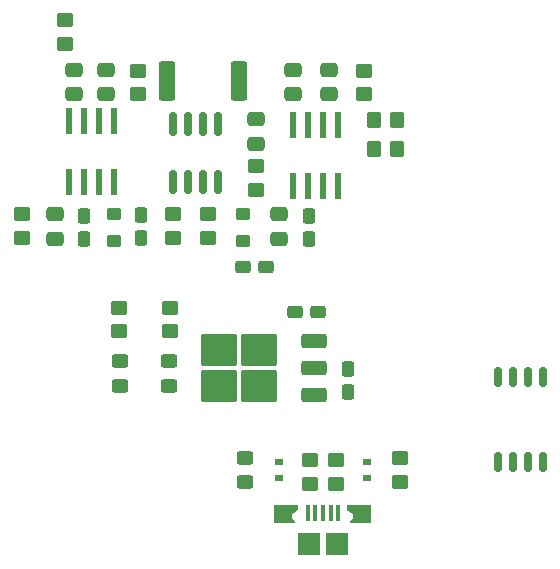
<source format=gbr>
%TF.GenerationSoftware,KiCad,Pcbnew,9.0.6-9.0.6~ubuntu22.04.1*%
%TF.CreationDate,2025-12-30T23:35:10+05:30*%
%TF.ProjectId,OverEngineered-PSU,4f766572-456e-4676-996e-65657265642d,rev?*%
%TF.SameCoordinates,Original*%
%TF.FileFunction,Paste,Top*%
%TF.FilePolarity,Positive*%
%FSLAX46Y46*%
G04 Gerber Fmt 4.6, Leading zero omitted, Abs format (unit mm)*
G04 Created by KiCad (PCBNEW 9.0.6-9.0.6~ubuntu22.04.1) date 2025-12-30 23:35:10*
%MOMM*%
%LPD*%
G01*
G04 APERTURE LIST*
G04 Aperture macros list*
%AMRoundRect*
0 Rectangle with rounded corners*
0 $1 Rounding radius*
0 $2 $3 $4 $5 $6 $7 $8 $9 X,Y pos of 4 corners*
0 Add a 4 corners polygon primitive as box body*
4,1,4,$2,$3,$4,$5,$6,$7,$8,$9,$2,$3,0*
0 Add four circle primitives for the rounded corners*
1,1,$1+$1,$2,$3*
1,1,$1+$1,$4,$5*
1,1,$1+$1,$6,$7*
1,1,$1+$1,$8,$9*
0 Add four rect primitives between the rounded corners*
20,1,$1+$1,$2,$3,$4,$5,0*
20,1,$1+$1,$4,$5,$6,$7,0*
20,1,$1+$1,$6,$7,$8,$9,0*
20,1,$1+$1,$8,$9,$2,$3,0*%
%AMFreePoly0*
4,1,9,1.050000,0.350000,0.550000,0.000000,0.550000,-0.400000,0.800000,-0.650000,0.800000,-0.800000,-1.050000,-0.800000,-1.050000,0.800000,1.050000,0.800000,1.050000,0.350000,1.050000,0.350000,$1*%
%AMFreePoly1*
4,1,9,1.050000,-0.800000,-0.800000,-0.800000,-0.800000,-0.650000,-0.550000,-0.400000,-0.550000,0.000000,-1.050000,0.350000,-1.050000,0.800000,1.050000,0.800000,1.050000,-0.800000,1.050000,-0.800000,$1*%
G04 Aperture macros list end*
%ADD10RoundRect,0.250000X-0.350000X0.275000X-0.350000X-0.275000X0.350000X-0.275000X0.350000X0.275000X0*%
%ADD11RoundRect,0.250000X1.275000X1.125000X-1.275000X1.125000X-1.275000X-1.125000X1.275000X-1.125000X0*%
%ADD12RoundRect,0.250000X0.850000X0.350000X-0.850000X0.350000X-0.850000X-0.350000X0.850000X-0.350000X0*%
%ADD13RoundRect,0.250000X0.475000X-0.337500X0.475000X0.337500X-0.475000X0.337500X-0.475000X-0.337500X0*%
%ADD14RoundRect,0.250000X0.295000X-0.407500X0.295000X0.407500X-0.295000X0.407500X-0.295000X-0.407500X0*%
%ADD15R,0.600000X2.200000*%
%ADD16RoundRect,0.250000X0.450000X-0.350000X0.450000X0.350000X-0.450000X0.350000X-0.450000X-0.350000X0*%
%ADD17RoundRect,0.250000X0.407500X0.295000X-0.407500X0.295000X-0.407500X-0.295000X0.407500X-0.295000X0*%
%ADD18RoundRect,0.250000X-0.450000X0.325000X-0.450000X-0.325000X0.450000X-0.325000X0.450000X0.325000X0*%
%ADD19RoundRect,0.150000X0.150000X-0.825000X0.150000X0.825000X-0.150000X0.825000X-0.150000X-0.825000X0*%
%ADD20R,0.700000X0.600000*%
%ADD21RoundRect,0.250000X-0.475000X0.337500X-0.475000X-0.337500X0.475000X-0.337500X0.475000X0.337500X0*%
%ADD22RoundRect,0.250000X0.350000X0.450000X-0.350000X0.450000X-0.350000X-0.450000X0.350000X-0.450000X0*%
%ADD23R,0.400000X1.350000*%
%ADD24FreePoly0,0.000000*%
%ADD25R,1.900000X1.900000*%
%ADD26FreePoly1,0.000000*%
%ADD27RoundRect,0.250000X-0.350000X-0.450000X0.350000X-0.450000X0.350000X0.450000X-0.350000X0.450000X0*%
%ADD28RoundRect,0.250000X-0.450000X0.350000X-0.450000X-0.350000X0.450000X-0.350000X0.450000X0.350000X0*%
%ADD29RoundRect,0.250000X-0.295000X0.407500X-0.295000X-0.407500X0.295000X-0.407500X0.295000X0.407500X0*%
%ADD30RoundRect,0.249999X-0.450001X-1.425001X0.450001X-1.425001X0.450001X1.425001X-0.450001X1.425001X0*%
%ADD31RoundRect,0.250000X-0.407500X-0.295000X0.407500X-0.295000X0.407500X0.295000X-0.407500X0.295000X0*%
%ADD32RoundRect,0.162500X-0.162500X0.650000X-0.162500X-0.650000X0.162500X-0.650000X0.162500X0.650000X0*%
G04 APERTURE END LIST*
D10*
%TO.C,L1*%
X117850000Y-97200000D03*
X117850000Y-99500000D03*
%TD*%
D11*
%TO.C,U2*%
X130125000Y-111822500D03*
X130125000Y-108772500D03*
X126775000Y-111822500D03*
X126775000Y-108772500D03*
D12*
X134750000Y-112577500D03*
X134750000Y-110297500D03*
X134750000Y-108017500D03*
%TD*%
D13*
%TO.C,C5*%
X117189200Y-87100000D03*
X117189200Y-85025000D03*
%TD*%
D14*
%TO.C,C9*%
X120100000Y-99287500D03*
X120100000Y-97332500D03*
%TD*%
D15*
%TO.C,IC1*%
X114040000Y-94550000D03*
X115310000Y-94550000D03*
X116580000Y-94550000D03*
X117850000Y-94550000D03*
X117850000Y-89350000D03*
X116580000Y-89350000D03*
X115310000Y-89350000D03*
X114040000Y-89350000D03*
%TD*%
D16*
%TO.C,R9*%
X136678000Y-120100000D03*
X136678000Y-118100000D03*
%TD*%
D17*
%TO.C,C11*%
X135147500Y-105522500D03*
X133192500Y-105522500D03*
%TD*%
D18*
%TO.C,D4*%
X122525000Y-109725000D03*
X122525000Y-111775000D03*
%TD*%
D16*
%TO.C,R14*%
X122850000Y-99270000D03*
X122850000Y-97270000D03*
%TD*%
%TO.C,R11*%
X122570000Y-107175000D03*
X122570000Y-105175000D03*
%TD*%
D19*
%TO.C,U3*%
X122850000Y-94550000D03*
X124120000Y-94550000D03*
X125390000Y-94550000D03*
X126660000Y-94550000D03*
X126660000Y-89600000D03*
X125390000Y-89600000D03*
X124120000Y-89600000D03*
X122850000Y-89600000D03*
%TD*%
D16*
%TO.C,R1*%
X113725000Y-82855000D03*
X113725000Y-80855000D03*
%TD*%
D20*
%TO.C,D2*%
X139239000Y-118225000D03*
X139239000Y-119625000D03*
%TD*%
D15*
%TO.C,IC2*%
X133020000Y-94900000D03*
X134290000Y-94900000D03*
X135560000Y-94900000D03*
X136830000Y-94900000D03*
X136830000Y-89700000D03*
X135560000Y-89700000D03*
X134290000Y-89700000D03*
X133020000Y-89700000D03*
%TD*%
D21*
%TO.C,C7*%
X112850000Y-97262500D03*
X112850000Y-99337500D03*
%TD*%
D22*
%TO.C,R7*%
X141840000Y-91775000D03*
X139840000Y-91775000D03*
%TD*%
D23*
%TO.C,J1*%
X134232167Y-122525000D03*
X134882167Y-122525000D03*
X135532167Y-122525000D03*
X136182167Y-122525000D03*
X136832167Y-122525000D03*
D24*
X132432167Y-122650000D03*
D25*
X134332167Y-125200000D03*
X136732167Y-125200000D03*
D26*
X138632167Y-122650000D03*
%TD*%
D13*
%TO.C,C3*%
X114448400Y-87100000D03*
X114448400Y-85025000D03*
%TD*%
D18*
%TO.C,D1*%
X128950000Y-117900000D03*
X128950000Y-119950000D03*
%TD*%
D21*
%TO.C,C13*%
X129900000Y-89200000D03*
X129900000Y-91275000D03*
%TD*%
D16*
%TO.C,R12*%
X118272500Y-107175000D03*
X118272500Y-105175000D03*
%TD*%
D27*
%TO.C,R6*%
X139840000Y-89325000D03*
X141840000Y-89325000D03*
%TD*%
D16*
%TO.C,R2*%
X110025000Y-99270000D03*
X110025000Y-97270000D03*
%TD*%
%TO.C,R5*%
X119900000Y-87092500D03*
X119900000Y-85092500D03*
%TD*%
D28*
%TO.C,R3*%
X139050000Y-85092500D03*
X139050000Y-87092500D03*
%TD*%
%TO.C,R8*%
X142100000Y-117925000D03*
X142100000Y-119925000D03*
%TD*%
D16*
%TO.C,R10*%
X134417000Y-120100000D03*
X134417000Y-118100000D03*
%TD*%
D10*
%TO.C,L2*%
X128775000Y-97200000D03*
X128775000Y-99500000D03*
%TD*%
D29*
%TO.C,C2*%
X134350000Y-97372500D03*
X134350000Y-99327500D03*
%TD*%
D30*
%TO.C,R13*%
X122350000Y-86012500D03*
X128450000Y-86012500D03*
%TD*%
D13*
%TO.C,C6*%
X136040000Y-87100000D03*
X136040000Y-85025000D03*
%TD*%
D16*
%TO.C,R15*%
X125800000Y-99270000D03*
X125800000Y-97270000D03*
%TD*%
%TO.C,R4*%
X129900000Y-95200000D03*
X129900000Y-93200000D03*
%TD*%
D13*
%TO.C,C4*%
X133000000Y-87100000D03*
X133000000Y-85025000D03*
%TD*%
D29*
%TO.C,C1*%
X115300000Y-97372500D03*
X115300000Y-99327500D03*
%TD*%
D21*
%TO.C,C8*%
X131825000Y-97262500D03*
X131825000Y-99337500D03*
%TD*%
D20*
%TO.C,D3*%
X131856000Y-118225000D03*
X131856000Y-119625000D03*
%TD*%
D31*
%TO.C,C10*%
X128795000Y-101750000D03*
X130750000Y-101750000D03*
%TD*%
D18*
%TO.C,D5*%
X118317500Y-109725000D03*
X118317500Y-111775000D03*
%TD*%
D32*
%TO.C,U1*%
X154150000Y-111062500D03*
X152880000Y-111062500D03*
X151610000Y-111062500D03*
X150340000Y-111062500D03*
X150340000Y-118237500D03*
X151610000Y-118237500D03*
X152880000Y-118237500D03*
X154150000Y-118237500D03*
%TD*%
D29*
%TO.C,C12*%
X137675000Y-110372500D03*
X137675000Y-112327500D03*
%TD*%
M02*

</source>
